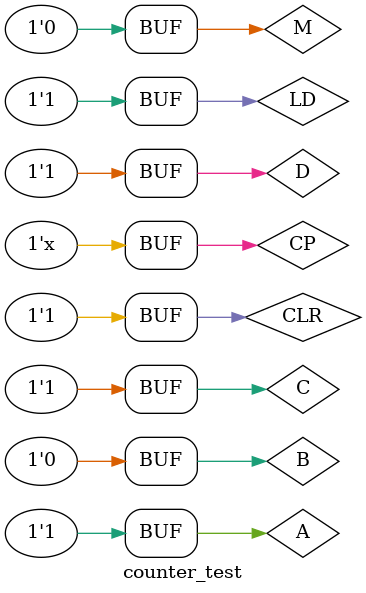
<source format=v>
`timescale 10ns / 10ps
module counter_test();
reg CP,CLR,M,LD,D,C,B,A;
wire QD,QC,QB,QA,Qcc;
counter test(CP,CLR,M,LD,D,C,B,A,QD,QC,QB,QA,Qcc);
initial begin
{D,C,B,A}=4'b1101;
LD=1;
CLR=1;
CP=0;
M=1;
#20 CLR=0;
#2 CLR=1;
#20 LD=0;
#2 LD=1;
#40 M=0;
#20 CLR=0;
#2 CLR=1;
#20 LD=0;
#2 LD=1;
end
always begin
#0.5 CP=!CP;
end
endmodule

</source>
